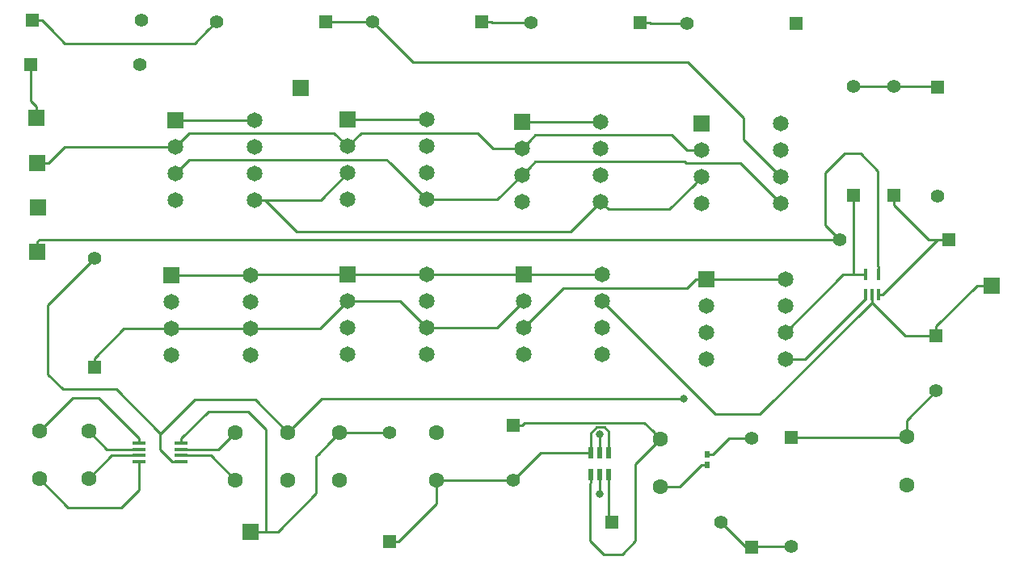
<source format=gbr>
G04 #@! TF.GenerationSoftware,KiCad,Pcbnew,(5.0.1)-3*
G04 #@! TF.CreationDate,2018-11-14T16:56:54-05:00*
G04 #@! TF.ProjectId,folding_amp,666F6C64696E675F616D702E6B696361,rev?*
G04 #@! TF.SameCoordinates,Original*
G04 #@! TF.FileFunction,Copper,L1,Top,Signal*
G04 #@! TF.FilePolarity,Positive*
%FSLAX46Y46*%
G04 Gerber Fmt 4.6, Leading zero omitted, Abs format (unit mm)*
G04 Created by KiCad (PCBNEW (5.0.1)-3) date 11/14/2018 4:56:54 PM*
%MOMM*%
%LPD*%
G01*
G04 APERTURE LIST*
G04 #@! TA.AperFunction,ComponentPad*
%ADD10R,1.651000X1.651000*%
G04 #@! TD*
G04 #@! TA.AperFunction,ComponentPad*
%ADD11C,1.651000*%
G04 #@! TD*
G04 #@! TA.AperFunction,ComponentPad*
%ADD12R,1.397000X1.397000*%
G04 #@! TD*
G04 #@! TA.AperFunction,ComponentPad*
%ADD13C,1.397000*%
G04 #@! TD*
G04 #@! TA.AperFunction,SMDPad,CuDef*
%ADD14R,0.355600X1.168400*%
G04 #@! TD*
G04 #@! TA.AperFunction,ComponentPad*
%ADD15C,1.600000*%
G04 #@! TD*
G04 #@! TA.AperFunction,ComponentPad*
%ADD16R,1.422400X1.422400*%
G04 #@! TD*
G04 #@! TA.AperFunction,ComponentPad*
%ADD17C,1.422400*%
G04 #@! TD*
G04 #@! TA.AperFunction,SMDPad,CuDef*
%ADD18R,0.500000X0.700000*%
G04 #@! TD*
G04 #@! TA.AperFunction,ComponentPad*
%ADD19R,1.700000X1.700000*%
G04 #@! TD*
G04 #@! TA.AperFunction,SMDPad,CuDef*
%ADD20R,1.397000X0.431800*%
G04 #@! TD*
G04 #@! TA.AperFunction,SMDPad,CuDef*
%ADD21R,0.508000X1.219200*%
G04 #@! TD*
G04 #@! TA.AperFunction,ViaPad*
%ADD22C,0.800000*%
G04 #@! TD*
G04 #@! TA.AperFunction,Conductor*
%ADD23C,0.250000*%
G04 #@! TD*
G04 APERTURE END LIST*
D10*
G04 #@! TO.P,U7,1*
G04 #@! TO.N,/I2*
X105645000Y-44818000D03*
D11*
G04 #@! TO.P,U7,2*
G04 #@! TO.N,/Vin*
X105645000Y-47612000D03*
G04 #@! TO.P,U7,3*
G04 #@! TO.N,/V_Load_2*
X105645000Y-50406000D03*
G04 #@! TO.P,U7,4*
G04 #@! TO.N,Net-(U7-Pad4)*
X105645000Y-53200000D03*
G04 #@! TO.P,U7,5*
G04 #@! TO.N,/V_Load_1*
X113900000Y-53200000D03*
G04 #@! TO.P,U7,6*
G04 #@! TO.N,/V_REF_2*
X113900000Y-50406000D03*
G04 #@! TO.P,U7,7*
G04 #@! TO.N,/I2*
X113900000Y-47612000D03*
G04 #@! TO.P,U7,8*
X113900000Y-44818000D03*
G04 #@! TD*
D12*
G04 #@! TO.P,R14,1*
G04 #@! TO.N,Net-(R11-Pad1)*
X131530000Y-57000000D03*
D13*
G04 #@! TO.P,R14,2*
G04 #@! TO.N,/Vout*
X120100000Y-57000000D03*
G04 #@! TD*
D14*
G04 #@! TO.P,U11,1*
G04 #@! TO.N,/V_Load_2*
X122789600Y-62741400D03*
G04 #@! TO.P,U11,2*
G04 #@! TO.N,/-Vref*
X123450000Y-62741400D03*
G04 #@! TO.P,U11,3*
G04 #@! TO.N,Net-(R11-Pad1)*
X124110400Y-62741400D03*
G04 #@! TO.P,U11,4*
G04 #@! TO.N,/Vout*
X124110400Y-60658600D03*
G04 #@! TO.P,U11,5*
G04 #@! TO.N,/+Vref*
X122789600Y-60658600D03*
G04 #@! TD*
D12*
G04 #@! TO.P,R9,1*
G04 #@! TO.N,/+Vref*
X121550000Y-52330000D03*
D13*
G04 #@! TO.P,R9,2*
G04 #@! TO.N,Net-(R10-Pad1)*
X121550000Y-40900000D03*
G04 #@! TD*
D15*
G04 #@! TO.P,C4,2*
G04 #@! TO.N,GND*
X62300000Y-82200000D03*
G04 #@! TO.P,C4,1*
G04 #@! TO.N,/+Vref*
X62300000Y-77200000D03*
G04 #@! TD*
D16*
G04 #@! TO.P,L1,1*
G04 #@! TO.N,Net-(C7-Pad2)*
X85850000Y-76458800D03*
D17*
G04 #@! TO.P,L1,2*
G04 #@! TO.N,Net-(C6-Pad1)*
X85850000Y-82250000D03*
G04 #@! TD*
D12*
G04 #@! TO.P,R13,1*
G04 #@! TO.N,Net-(R13-Pad1)*
X96220000Y-86600000D03*
D13*
G04 #@! TO.P,R13,2*
G04 #@! TO.N,Net-(R12-Pad1)*
X107650000Y-86600000D03*
G04 #@! TD*
D10*
G04 #@! TO.P,U6,1*
G04 #@! TO.N,/I3*
X86795000Y-44618000D03*
D11*
G04 #@! TO.P,U6,2*
G04 #@! TO.N,/Vin*
X86795000Y-47412000D03*
G04 #@! TO.P,U6,3*
G04 #@! TO.N,/V_Load_1*
X86795000Y-50206000D03*
G04 #@! TO.P,U6,4*
G04 #@! TO.N,Net-(U6-Pad4)*
X86795000Y-53000000D03*
G04 #@! TO.P,U6,5*
G04 #@! TO.N,/V_Load_2*
X95050000Y-53000000D03*
G04 #@! TO.P,U6,6*
G04 #@! TO.N,/V_REF_3*
X95050000Y-50206000D03*
G04 #@! TO.P,U6,7*
G04 #@! TO.N,/I3*
X95050000Y-47412000D03*
G04 #@! TO.P,U6,8*
X95050000Y-44618000D03*
G04 #@! TD*
D12*
G04 #@! TO.P,R16,1*
G04 #@! TO.N,/Vgate*
X42000000Y-70380000D03*
D13*
G04 #@! TO.P,R16,2*
G04 #@! TO.N,/+Vref*
X42000000Y-58950000D03*
G04 #@! TD*
D10*
G04 #@! TO.P,U4,1*
G04 #@! TO.N,/I5*
X50495000Y-44468000D03*
D11*
G04 #@! TO.P,U4,2*
G04 #@! TO.N,/Vin*
X50495000Y-47262000D03*
G04 #@! TO.P,U4,3*
G04 #@! TO.N,/V_Load_1*
X50495000Y-50056000D03*
G04 #@! TO.P,U4,4*
G04 #@! TO.N,Net-(U4-Pad4)*
X50495000Y-52850000D03*
G04 #@! TO.P,U4,5*
G04 #@! TO.N,/V_Load_2*
X58750000Y-52850000D03*
G04 #@! TO.P,U4,6*
G04 #@! TO.N,GND*
X58750000Y-50056000D03*
G04 #@! TO.P,U4,7*
G04 #@! TO.N,/I5*
X58750000Y-47262000D03*
G04 #@! TO.P,U4,8*
X58750000Y-44468000D03*
G04 #@! TD*
D15*
G04 #@! TO.P,C1,2*
G04 #@! TO.N,GND*
X36250000Y-82100000D03*
G04 #@! TO.P,C1,1*
G04 #@! TO.N,Net-(C1-Pad1)*
X36250000Y-77100000D03*
G04 #@! TD*
G04 #@! TO.P,C2,2*
G04 #@! TO.N,Net-(C2-Pad2)*
X41400000Y-82050000D03*
G04 #@! TO.P,C2,1*
G04 #@! TO.N,Net-(C2-Pad1)*
X41400000Y-77050000D03*
G04 #@! TD*
G04 #@! TO.P,C3,2*
G04 #@! TO.N,Net-(C3-Pad2)*
X56750000Y-82200000D03*
G04 #@! TO.P,C3,1*
G04 #@! TO.N,Net-(C3-Pad1)*
X56750000Y-77200000D03*
G04 #@! TD*
G04 #@! TO.P,C5,2*
G04 #@! TO.N,GND*
X67700000Y-82250000D03*
G04 #@! TO.P,C5,1*
G04 #@! TO.N,Net-(C5-Pad1)*
X67700000Y-77250000D03*
G04 #@! TD*
G04 #@! TO.P,C6,2*
G04 #@! TO.N,GND*
X77800000Y-77250000D03*
G04 #@! TO.P,C6,1*
G04 #@! TO.N,Net-(C6-Pad1)*
X77800000Y-82250000D03*
G04 #@! TD*
G04 #@! TO.P,C7,2*
G04 #@! TO.N,Net-(C7-Pad2)*
X101300000Y-77900000D03*
G04 #@! TO.P,C7,1*
G04 #@! TO.N,Net-(C7-Pad1)*
X101300000Y-82900000D03*
G04 #@! TD*
G04 #@! TO.P,C8,2*
G04 #@! TO.N,GND*
X127100000Y-82700000D03*
G04 #@! TO.P,C8,1*
G04 #@! TO.N,Net-(C8-Pad1)*
X127100000Y-77700000D03*
G04 #@! TD*
D18*
G04 #@! TO.P,D1,1*
G04 #@! TO.N,Net-(C7-Pad1)*
X106200000Y-80600000D03*
G04 #@! TO.P,D1,2*
G04 #@! TO.N,Net-(D1-Pad2)*
X106200000Y-79500000D03*
G04 #@! TD*
D19*
G04 #@! TO.P,J1,1*
G04 #@! TO.N,/Vin*
X36051600Y-48936600D03*
G04 #@! TD*
G04 #@! TO.P,J2,1*
G04 #@! TO.N,/+Vref*
X35951600Y-44236600D03*
G04 #@! TD*
G04 #@! TO.P,J3,1*
G04 #@! TO.N,/Vout*
X36051600Y-58286600D03*
G04 #@! TD*
G04 #@! TO.P,J4,1*
G04 #@! TO.N,GND*
X36101600Y-53586600D03*
G04 #@! TD*
D16*
G04 #@! TO.P,L2,1*
G04 #@! TO.N,/-Vref*
X130200000Y-67058800D03*
D17*
G04 #@! TO.P,L2,2*
G04 #@! TO.N,Net-(C8-Pad1)*
X130200000Y-72850000D03*
G04 #@! TD*
D12*
G04 #@! TO.P,R1,1*
G04 #@! TO.N,/+Vref*
X35470000Y-34000000D03*
D13*
G04 #@! TO.P,R1,2*
G04 #@! TO.N,/V_Load_2*
X46900000Y-34000000D03*
G04 #@! TD*
D12*
G04 #@! TO.P,R3,1*
G04 #@! TO.N,/+Vref*
X35370000Y-38600000D03*
D13*
G04 #@! TO.P,R3,2*
G04 #@! TO.N,/V_Load_1*
X46800000Y-38600000D03*
G04 #@! TD*
D12*
G04 #@! TO.P,R4,1*
G04 #@! TO.N,/V_REF_2*
X66230000Y-34100000D03*
D13*
G04 #@! TO.P,R4,2*
G04 #@! TO.N,/+Vref*
X54800000Y-34100000D03*
G04 #@! TD*
D12*
G04 #@! TO.P,R5,1*
G04 #@! TO.N,/V_REF_3*
X82580000Y-34150000D03*
D13*
G04 #@! TO.P,R5,2*
G04 #@! TO.N,/V_REF_2*
X71150000Y-34150000D03*
G04 #@! TD*
D12*
G04 #@! TO.P,R6,1*
G04 #@! TO.N,/V_REF_4*
X99180000Y-34200000D03*
D13*
G04 #@! TO.P,R6,2*
G04 #@! TO.N,/V_REF_3*
X87750000Y-34200000D03*
G04 #@! TD*
D12*
G04 #@! TO.P,R7,1*
G04 #@! TO.N,GND*
X115530000Y-34300000D03*
D13*
G04 #@! TO.P,R7,2*
G04 #@! TO.N,/V_REF_4*
X104100000Y-34300000D03*
G04 #@! TD*
D12*
G04 #@! TO.P,R8,1*
G04 #@! TO.N,Net-(C6-Pad1)*
X72900000Y-88680000D03*
D13*
G04 #@! TO.P,R8,2*
G04 #@! TO.N,Net-(C5-Pad1)*
X72900000Y-77250000D03*
G04 #@! TD*
D12*
G04 #@! TO.P,R10,1*
G04 #@! TO.N,Net-(R10-Pad1)*
X130300000Y-40970000D03*
D13*
G04 #@! TO.P,R10,2*
G04 #@! TO.N,GND*
X130300000Y-52400000D03*
G04 #@! TD*
D12*
G04 #@! TO.P,R11,1*
G04 #@! TO.N,Net-(R11-Pad1)*
X125750000Y-52380000D03*
D13*
G04 #@! TO.P,R11,2*
G04 #@! TO.N,Net-(R10-Pad1)*
X125750000Y-40950000D03*
G04 #@! TD*
D12*
G04 #@! TO.P,R12,1*
G04 #@! TO.N,Net-(R12-Pad1)*
X110850000Y-89230000D03*
D13*
G04 #@! TO.P,R12,2*
G04 #@! TO.N,Net-(D1-Pad2)*
X110850000Y-77800000D03*
G04 #@! TD*
D12*
G04 #@! TO.P,R15,1*
G04 #@! TO.N,Net-(C8-Pad1)*
X115000000Y-77770000D03*
D13*
G04 #@! TO.P,R15,2*
G04 #@! TO.N,Net-(R12-Pad1)*
X115000000Y-89200000D03*
G04 #@! TD*
D10*
G04 #@! TO.P,U1,1*
G04 #@! TO.N,/-Vref*
X50095000Y-60768000D03*
D11*
G04 #@! TO.P,U1,2*
G04 #@! TO.N,/Vgate*
X50095000Y-63562000D03*
G04 #@! TO.P,U1,3*
X50095000Y-66356000D03*
G04 #@! TO.P,U1,4*
G04 #@! TO.N,Net-(U1-Pad4)*
X50095000Y-69150000D03*
G04 #@! TO.P,U1,5*
G04 #@! TO.N,/I5*
X58350000Y-69150000D03*
G04 #@! TO.P,U1,6*
G04 #@! TO.N,/Vgate*
X58350000Y-66356000D03*
G04 #@! TO.P,U1,7*
G04 #@! TO.N,/-Vref*
X58350000Y-63562000D03*
G04 #@! TO.P,U1,8*
X58350000Y-60768000D03*
G04 #@! TD*
D10*
G04 #@! TO.P,U2,1*
G04 #@! TO.N,/-Vref*
X68545000Y-60668000D03*
D11*
G04 #@! TO.P,U2,2*
G04 #@! TO.N,/Vgate*
X68545000Y-63462000D03*
G04 #@! TO.P,U2,3*
G04 #@! TO.N,/I3*
X68545000Y-66256000D03*
G04 #@! TO.P,U2,4*
G04 #@! TO.N,Net-(U2-Pad4)*
X68545000Y-69050000D03*
G04 #@! TO.P,U2,5*
G04 #@! TO.N,/I4*
X76800000Y-69050000D03*
G04 #@! TO.P,U2,6*
G04 #@! TO.N,/Vgate*
X76800000Y-66256000D03*
G04 #@! TO.P,U2,7*
G04 #@! TO.N,/-Vref*
X76800000Y-63462000D03*
G04 #@! TO.P,U2,8*
X76800000Y-60668000D03*
G04 #@! TD*
D10*
G04 #@! TO.P,U3,1*
G04 #@! TO.N,/-Vref*
X86945000Y-60668000D03*
D11*
G04 #@! TO.P,U3,2*
G04 #@! TO.N,/Vgate*
X86945000Y-63462000D03*
G04 #@! TO.P,U3,3*
G04 #@! TO.N,/I1*
X86945000Y-66256000D03*
G04 #@! TO.P,U3,4*
G04 #@! TO.N,Net-(U3-Pad4)*
X86945000Y-69050000D03*
G04 #@! TO.P,U3,5*
G04 #@! TO.N,/I2*
X95200000Y-69050000D03*
G04 #@! TO.P,U3,6*
G04 #@! TO.N,/Vgate*
X95200000Y-66256000D03*
G04 #@! TO.P,U3,7*
G04 #@! TO.N,/-Vref*
X95200000Y-63462000D03*
G04 #@! TO.P,U3,8*
X95200000Y-60668000D03*
G04 #@! TD*
D10*
G04 #@! TO.P,U5,1*
G04 #@! TO.N,/I4*
X68545000Y-44418000D03*
D11*
G04 #@! TO.P,U5,2*
G04 #@! TO.N,/Vin*
X68545000Y-47212000D03*
G04 #@! TO.P,U5,3*
G04 #@! TO.N,/V_Load_2*
X68545000Y-50006000D03*
G04 #@! TO.P,U5,4*
G04 #@! TO.N,Net-(U5-Pad4)*
X68545000Y-52800000D03*
G04 #@! TO.P,U5,5*
G04 #@! TO.N,/V_Load_1*
X76800000Y-52800000D03*
G04 #@! TO.P,U5,6*
G04 #@! TO.N,/V_REF_4*
X76800000Y-50006000D03*
G04 #@! TO.P,U5,7*
G04 #@! TO.N,/I4*
X76800000Y-47212000D03*
G04 #@! TO.P,U5,8*
X76800000Y-44418000D03*
G04 #@! TD*
D10*
G04 #@! TO.P,U8,1*
G04 #@! TO.N,/I1*
X106145000Y-61118000D03*
D11*
G04 #@! TO.P,U8,2*
G04 #@! TO.N,/Vin*
X106145000Y-63912000D03*
G04 #@! TO.P,U8,3*
G04 #@! TO.N,/V_Load_1*
X106145000Y-66706000D03*
G04 #@! TO.P,U8,4*
G04 #@! TO.N,Net-(U8-Pad4)*
X106145000Y-69500000D03*
G04 #@! TO.P,U8,5*
G04 #@! TO.N,/V_Load_2*
X114400000Y-69500000D03*
G04 #@! TO.P,U8,6*
G04 #@! TO.N,/+Vref*
X114400000Y-66706000D03*
G04 #@! TO.P,U8,7*
G04 #@! TO.N,/I1*
X114400000Y-63912000D03*
G04 #@! TO.P,U8,8*
X114400000Y-61118000D03*
G04 #@! TD*
D20*
G04 #@! TO.P,U9,1*
G04 #@! TO.N,Net-(C1-Pad1)*
X46690200Y-78325001D03*
G04 #@! TO.P,U9,2*
G04 #@! TO.N,Net-(C2-Pad1)*
X46690200Y-78974999D03*
G04 #@! TO.P,U9,3*
G04 #@! TO.N,Net-(C2-Pad2)*
X46690200Y-79625001D03*
G04 #@! TO.P,U9,4*
G04 #@! TO.N,GND*
X46690200Y-80274999D03*
G04 #@! TO.P,U9,5*
G04 #@! TO.N,/+Vref*
X51109800Y-80274999D03*
G04 #@! TO.P,U9,6*
G04 #@! TO.N,Net-(C3-Pad2)*
X51109800Y-79625001D03*
G04 #@! TO.P,U9,7*
G04 #@! TO.N,Net-(C3-Pad1)*
X51109800Y-78974999D03*
G04 #@! TO.P,U9,8*
G04 #@! TO.N,Net-(C5-Pad1)*
X51109800Y-78325001D03*
G04 #@! TD*
D21*
G04 #@! TO.P,U10,1*
G04 #@! TO.N,Net-(C7-Pad2)*
X93965941Y-81664208D03*
G04 #@! TO.P,U10,2*
G04 #@! TO.N,GND*
X94915942Y-81664208D03*
G04 #@! TO.P,U10,3*
G04 #@! TO.N,Net-(R13-Pad1)*
X95865943Y-81664208D03*
G04 #@! TO.P,U10,4*
G04 #@! TO.N,Net-(C6-Pad1)*
X95865943Y-79378208D03*
G04 #@! TO.P,U10,5*
G04 #@! TO.N,Net-(C7-Pad1)*
X94915942Y-79378208D03*
G04 #@! TO.P,U10,6*
G04 #@! TO.N,Net-(C6-Pad1)*
X93965941Y-79378208D03*
G04 #@! TD*
D19*
G04 #@! TO.P,Neg. Vref,1*
G04 #@! TO.N,/-Vref*
X136000000Y-61850000D03*
G04 #@! TD*
G04 #@! TO.P,I5,1*
G04 #@! TO.N,/I5*
X63650000Y-41100000D03*
G04 #@! TD*
G04 #@! TO.P,Pos. Vref_Charged,1*
G04 #@! TO.N,Net-(C5-Pad1)*
X58350000Y-87650000D03*
G04 #@! TD*
D22*
G04 #@! TO.N,GND*
X94965942Y-83671208D03*
G04 #@! TO.N,/+Vref*
X103750000Y-73700000D03*
G04 #@! TO.N,Net-(C7-Pad1)*
X94950000Y-77400000D03*
G04 #@! TD*
D23*
G04 #@! TO.N,Net-(C1-Pad1)*
X46690200Y-77859101D02*
X46690200Y-78325001D01*
X42431099Y-73600000D02*
X46690200Y-77859101D01*
X39750000Y-73600000D02*
X42431099Y-73600000D01*
X36250000Y-77100000D02*
X39750000Y-73600000D01*
G04 #@! TO.N,GND*
X62350000Y-82250000D02*
X62300000Y-82200000D01*
X126747700Y-82700000D02*
X127100000Y-82700000D01*
X36250000Y-82100000D02*
X36250000Y-82200000D01*
X58656000Y-50150000D02*
X58750000Y-50056000D01*
X46690200Y-83259800D02*
X46690200Y-80274999D01*
X44850000Y-85100000D02*
X46690200Y-83259800D01*
X36250000Y-82100000D02*
X39250000Y-85100000D01*
X39250000Y-85100000D02*
X44850000Y-85100000D01*
X94915942Y-81664208D02*
X94915942Y-83621208D01*
X94915942Y-83621208D02*
X94965942Y-83671208D01*
G04 #@! TO.N,Net-(C2-Pad2)*
X46690200Y-79625000D02*
X43825000Y-79625000D01*
X43825000Y-79625000D02*
X41400000Y-82050000D01*
G04 #@! TO.N,Net-(C2-Pad1)*
X46690200Y-78975000D02*
X43325000Y-78975000D01*
X43325000Y-78975000D02*
X41400000Y-77050000D01*
G04 #@! TO.N,Net-(C3-Pad2)*
X51109800Y-79625000D02*
X54175000Y-79625000D01*
X54175000Y-79625000D02*
X56750000Y-82200000D01*
G04 #@! TO.N,Net-(C3-Pad1)*
X54975001Y-78974999D02*
X56750000Y-77200000D01*
X51109800Y-78974999D02*
X54975001Y-78974999D01*
G04 #@! TO.N,/+Vref*
X35951600Y-44236600D02*
X35951600Y-43061300D01*
X35951600Y-43061300D02*
X35370000Y-42479700D01*
X35370000Y-42479700D02*
X35370000Y-38600000D01*
X35470000Y-34000000D02*
X36493800Y-34000000D01*
X54800000Y-34100000D02*
X53876200Y-35023800D01*
X37517600Y-35023800D02*
X36493800Y-34000000D01*
X37517600Y-35023800D02*
X37523800Y-35023800D01*
X37523800Y-35023800D02*
X38900000Y-36400000D01*
X52500000Y-36400000D02*
X53876200Y-35023800D01*
X38900000Y-36400000D02*
X52500000Y-36400000D01*
X62300000Y-77200000D02*
X58850000Y-73750000D01*
X58850000Y-73750000D02*
X52500200Y-73750000D01*
X62300000Y-77200000D02*
X65800000Y-73700000D01*
X65800000Y-73700000D02*
X103750000Y-73700000D01*
X103750000Y-73700000D02*
X103750000Y-73700000D01*
X50161300Y-80274999D02*
X51109800Y-80274999D01*
X48900000Y-79013699D02*
X50161300Y-80274999D01*
X37100000Y-63850000D02*
X37100000Y-71100000D01*
X37100000Y-71100000D02*
X38700000Y-72700000D01*
X42000000Y-58950000D02*
X37100000Y-63850000D01*
X38700000Y-72700000D02*
X44300000Y-72700000D01*
X44300000Y-72700000D02*
X48900000Y-77300000D01*
X48900000Y-77300000D02*
X48900000Y-79013699D01*
X48950200Y-77300000D02*
X52500200Y-73750000D01*
X48900000Y-77300000D02*
X48950200Y-77300000D01*
X114400000Y-66706000D02*
X120447400Y-60658600D01*
X121550000Y-53278500D02*
X121550000Y-60658600D01*
X121550000Y-52330000D02*
X121550000Y-53278500D01*
X120447400Y-60658600D02*
X121550000Y-60658600D01*
X121550000Y-60658600D02*
X122789600Y-60658600D01*
G04 #@! TO.N,Net-(C5-Pad1)*
X72900000Y-77250000D02*
X67700000Y-77250000D01*
X66570700Y-78379300D02*
X67700000Y-77250000D01*
X59450000Y-87650000D02*
X58350000Y-87650000D01*
X65250000Y-79700000D02*
X65250000Y-83600000D01*
X65250000Y-83600000D02*
X61200000Y-87650000D01*
X51109800Y-78325001D02*
X51592400Y-78325001D01*
X65400000Y-79550000D02*
X65450000Y-79500000D01*
X65250000Y-79700000D02*
X65450000Y-79500000D01*
X65450000Y-79500000D02*
X66570700Y-78379300D01*
X60000000Y-87650000D02*
X58350000Y-87650000D01*
X61200000Y-87650000D02*
X60000000Y-87650000D01*
X51109800Y-78325001D02*
X51109800Y-77859101D01*
X51109800Y-77859101D02*
X53918901Y-75050000D01*
X53918901Y-75050000D02*
X58150000Y-75050000D01*
X60000000Y-76900000D02*
X60000000Y-87650000D01*
X58150000Y-75050000D02*
X60000000Y-76900000D01*
G04 #@! TO.N,Net-(C6-Pad1)*
X93965942Y-79366208D02*
X93965942Y-78996608D01*
X93965942Y-79378208D02*
X93965942Y-79366208D01*
X77800000Y-83381370D02*
X77800000Y-82250000D01*
X77800000Y-84728500D02*
X77800000Y-83381370D01*
X73848500Y-88680000D02*
X77800000Y-84728500D01*
X72900000Y-88680000D02*
X73848500Y-88680000D01*
X77800000Y-82250000D02*
X85850000Y-82250000D01*
X93965941Y-79733808D02*
X93965941Y-79378208D01*
X88721792Y-79378208D02*
X85850000Y-82250000D01*
X93965941Y-79378208D02*
X88721792Y-79378208D01*
X94601999Y-76674999D02*
X95424999Y-76674999D01*
X93965941Y-79378208D02*
X93965941Y-77311057D01*
X93965941Y-77311057D02*
X94601999Y-76674999D01*
X95865943Y-77115943D02*
X95865943Y-79378208D01*
X95424999Y-76674999D02*
X95865943Y-77115943D01*
G04 #@! TO.N,Net-(C7-Pad1)*
X106200000Y-80600000D02*
X105624700Y-80600000D01*
X101300000Y-82900000D02*
X103324700Y-82900000D01*
X103324700Y-82900000D02*
X105624700Y-80600000D01*
X94915942Y-78518608D02*
X94950000Y-78050000D01*
X94915942Y-79378208D02*
X94915942Y-78518608D01*
X94950000Y-78484550D02*
X94950000Y-78050000D01*
X94950000Y-78050000D02*
X94950000Y-78484550D01*
X94950000Y-78050000D02*
X94950000Y-77400000D01*
G04 #@! TO.N,Net-(C7-Pad2)*
X100500001Y-77100001D02*
X101300000Y-77900000D01*
X99624990Y-76224990D02*
X100500001Y-77100001D01*
X87045010Y-76224990D02*
X99624990Y-76224990D01*
X86811200Y-76458800D02*
X87045010Y-76224990D01*
X85850000Y-76458800D02*
X86811200Y-76458800D01*
X98700000Y-80500000D02*
X101300000Y-77900000D01*
X98700000Y-88600000D02*
X98700000Y-80500000D01*
X93965941Y-82523808D02*
X93950000Y-82539749D01*
X93965941Y-81664208D02*
X93965941Y-82523808D01*
X93950000Y-88600000D02*
X95350000Y-90000000D01*
X93950000Y-82539749D02*
X93950000Y-88600000D01*
X95350000Y-90000000D02*
X97300000Y-90000000D01*
X97300000Y-90000000D02*
X98700000Y-88600000D01*
G04 #@! TO.N,Net-(C8-Pad1)*
X127100000Y-75950000D02*
X127100000Y-77700000D01*
X130200000Y-72850000D02*
X127100000Y-75950000D01*
X127030000Y-77770000D02*
X127100000Y-77700000D01*
X115000000Y-77770000D02*
X127030000Y-77770000D01*
G04 #@! TO.N,Net-(D1-Pad2)*
X106200000Y-79500000D02*
X106775300Y-79500000D01*
X110850000Y-77800000D02*
X108475300Y-77800000D01*
X108475300Y-77800000D02*
X106775300Y-79500000D01*
G04 #@! TO.N,/Vin*
X50495000Y-47262000D02*
X38901500Y-47262000D01*
X38901500Y-47262000D02*
X37226900Y-48936600D01*
X36051600Y-48936600D02*
X37226900Y-48936600D01*
X51907000Y-45850000D02*
X50495000Y-47262000D01*
X68545000Y-47212000D02*
X67060790Y-45850000D01*
X67060790Y-45850000D02*
X51907000Y-45850000D01*
X104100000Y-47612000D02*
X105645000Y-47612000D01*
X102488000Y-46000000D02*
X104100000Y-47612000D01*
X88200000Y-46000000D02*
X102488000Y-46000000D01*
X87620499Y-46579501D02*
X88200000Y-46000000D01*
X87620499Y-46586501D02*
X87620499Y-46579501D01*
X86795000Y-47412000D02*
X87620499Y-46586501D01*
X69957000Y-45800000D02*
X68545000Y-47212000D01*
X82163590Y-45800000D02*
X69957000Y-45800000D01*
X86795000Y-47412000D02*
X83775590Y-47412000D01*
X83775590Y-47412000D02*
X82163590Y-45800000D01*
G04 #@! TO.N,/-Vref*
X58350000Y-60768000D02*
X51245800Y-60768000D01*
X68545000Y-60668000D02*
X58450000Y-60668000D01*
X58450000Y-60668000D02*
X58350000Y-60768000D01*
X50095000Y-60768000D02*
X51245800Y-60768000D01*
X76800000Y-60668000D02*
X68545000Y-60668000D01*
X86945000Y-60668000D02*
X76800000Y-60668000D01*
X107057600Y-75319600D02*
X95200000Y-63462000D01*
X88020500Y-60668000D02*
X95200000Y-60668000D01*
X86945000Y-60668000D02*
X88020500Y-60668000D01*
X123450000Y-62741400D02*
X123450000Y-63719600D01*
X134900000Y-61850000D02*
X136000000Y-61850000D01*
X134447600Y-61850000D02*
X134900000Y-61850000D01*
X130200000Y-66097600D02*
X134447600Y-61850000D01*
X130200000Y-67058800D02*
X130200000Y-66097600D01*
X126933200Y-67058800D02*
X123450000Y-63575600D01*
X130200000Y-67058800D02*
X126933200Y-67058800D01*
X111706000Y-75319600D02*
X111550000Y-75319600D01*
X123450000Y-63575600D02*
X111706000Y-75319600D01*
X123450000Y-62741400D02*
X123450000Y-63575600D01*
X111550000Y-75319600D02*
X107057600Y-75319600D01*
G04 #@! TO.N,/V_Load_2*
X65701000Y-52850000D02*
X68545000Y-50006000D01*
X58750000Y-52850000D02*
X65701000Y-52850000D01*
X122789600Y-63147800D02*
X122789600Y-62741400D01*
X116437400Y-69500000D02*
X122789600Y-63147800D01*
X114400000Y-69500000D02*
X116437400Y-69500000D01*
X104819501Y-51231499D02*
X105645000Y-50406000D01*
X102225501Y-53825499D02*
X104819501Y-51231499D01*
X95875499Y-53825499D02*
X102225501Y-53825499D01*
X95050000Y-53000000D02*
X95875499Y-53825499D01*
X59917433Y-52850000D02*
X63217433Y-56150000D01*
X58750000Y-52850000D02*
X59917433Y-52850000D01*
X91900000Y-56150000D02*
X95050000Y-53000000D01*
X63217433Y-56150000D02*
X91900000Y-56150000D01*
G04 #@! TO.N,/V_Load_1*
X51695900Y-48855100D02*
X50495000Y-50056000D01*
X76800000Y-52800000D02*
X84201000Y-52800000D01*
X84201000Y-52800000D02*
X86795000Y-50206000D01*
X73000000Y-49000000D02*
X76800000Y-52800000D01*
X72600000Y-48600000D02*
X73000000Y-49000000D01*
X51951000Y-48600000D02*
X72600000Y-48600000D01*
X50495000Y-50056000D02*
X51951000Y-48600000D01*
X103950000Y-48950000D02*
X104000000Y-49000000D01*
X103800000Y-48800000D02*
X104000000Y-49000000D01*
X88200000Y-48800000D02*
X103800000Y-48800000D01*
X87620499Y-49379501D02*
X88200000Y-48800000D01*
X86795000Y-50206000D02*
X87620499Y-49380501D01*
X87620499Y-49380501D02*
X87620499Y-49379501D01*
X109700000Y-49000000D02*
X113900000Y-53200000D01*
X104000000Y-49000000D02*
X109700000Y-49000000D01*
G04 #@! TO.N,/V_REF_2*
X71150000Y-34150000D02*
X67303800Y-34150000D01*
X67303800Y-34150000D02*
X67253800Y-34100000D01*
X66230000Y-34100000D02*
X67253800Y-34100000D01*
X71150000Y-34150000D02*
X75400000Y-38400000D01*
X75400000Y-38400000D02*
X104150000Y-38400000D01*
X104150000Y-38400000D02*
X110000000Y-44250000D01*
X110000000Y-46506000D02*
X113900000Y-50406000D01*
X110000000Y-44250000D02*
X110000000Y-46506000D01*
G04 #@! TO.N,/V_REF_3*
X82580000Y-34150000D02*
X83603800Y-34150000D01*
X87750000Y-34200000D02*
X83653800Y-34200000D01*
X83653800Y-34200000D02*
X83603800Y-34150000D01*
G04 #@! TO.N,/V_REF_4*
X99180000Y-34200000D02*
X100203800Y-34200000D01*
X104100000Y-34300000D02*
X100303800Y-34300000D01*
X100303800Y-34300000D02*
X100203800Y-34200000D01*
G04 #@! TO.N,Net-(R10-Pad1)*
X130230000Y-40900000D02*
X130300000Y-40970000D01*
X121550000Y-40900000D02*
X130230000Y-40900000D01*
G04 #@! TO.N,Net-(R11-Pad1)*
X130581500Y-57000000D02*
X131530000Y-57000000D01*
X129445400Y-57000000D02*
X130581500Y-57000000D01*
X124110400Y-62741400D02*
X124110400Y-62335000D01*
X125750000Y-53328500D02*
X125750000Y-52380000D01*
X129421500Y-57000000D02*
X125750000Y-53328500D01*
X129445400Y-57000000D02*
X129421500Y-57000000D01*
X124538200Y-62741400D02*
X124546800Y-62750000D01*
X124110400Y-62741400D02*
X124538200Y-62741400D01*
X130296800Y-57000000D02*
X131530000Y-57000000D01*
X124546800Y-62750000D02*
X130296800Y-57000000D01*
G04 #@! TO.N,Net-(R12-Pad1)*
X110880000Y-89200000D02*
X110850000Y-89230000D01*
X115000000Y-89200000D02*
X110880000Y-89200000D01*
X110280000Y-89230000D02*
X110850000Y-89230000D01*
X107650000Y-86600000D02*
X110280000Y-89230000D01*
G04 #@! TO.N,Net-(R13-Pad1)*
X95865943Y-86245943D02*
X96220000Y-86600000D01*
X95865943Y-81664208D02*
X95865943Y-86245943D01*
G04 #@! TO.N,/Vout*
X124100000Y-56950000D02*
X124100000Y-56950000D01*
X36051600Y-57186600D02*
X36051600Y-58286600D01*
X36238200Y-57000000D02*
X36051600Y-57186600D01*
X120100000Y-57000000D02*
X36238200Y-57000000D01*
X124110400Y-59824400D02*
X124110400Y-60658600D01*
X124100000Y-59814000D02*
X124110400Y-59824400D01*
X118600000Y-55500000D02*
X118600000Y-49950000D01*
X120100000Y-57000000D02*
X118600000Y-55500000D01*
X118600000Y-49950000D02*
X120600000Y-47950000D01*
X120600000Y-47950000D02*
X122250000Y-47950000D01*
X122250000Y-47950000D02*
X124100000Y-49800000D01*
X124100000Y-49800000D02*
X124100000Y-59814000D01*
G04 #@! TO.N,/I3*
X95050000Y-44618000D02*
X86795000Y-44618000D01*
G04 #@! TO.N,/I1*
X106145000Y-61118000D02*
X104994200Y-61118000D01*
X104994200Y-61118000D02*
X104047200Y-62065000D01*
X104047200Y-62065000D02*
X91136000Y-62065000D01*
X91136000Y-62065000D02*
X86945000Y-66256000D01*
X114400000Y-61118000D02*
X106145000Y-61118000D01*
G04 #@! TO.N,/I5*
X58750000Y-44468000D02*
X50495000Y-44468000D01*
G04 #@! TO.N,/I4*
X76800000Y-44418000D02*
X68545000Y-44418000D01*
G04 #@! TO.N,/Vgate*
X58350000Y-66356000D02*
X50095000Y-66356000D01*
X68545000Y-63462000D02*
X65651000Y-66356000D01*
X65651000Y-66356000D02*
X58350000Y-66356000D01*
X76800000Y-66256000D02*
X74006000Y-63462000D01*
X74006000Y-63462000D02*
X68545000Y-63462000D01*
X86945000Y-63462000D02*
X84151000Y-66256000D01*
X84151000Y-66256000D02*
X76800000Y-66256000D01*
X42000000Y-69431500D02*
X42000000Y-70380000D01*
X45075500Y-66356000D02*
X42000000Y-69431500D01*
X50095000Y-66356000D02*
X45075500Y-66356000D01*
G04 #@! TD*
M02*

</source>
